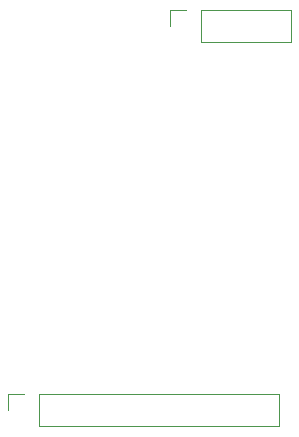
<source format=gbr>
%TF.GenerationSoftware,KiCad,Pcbnew,(5.1.10-1-10_14)*%
%TF.CreationDate,2021-11-14T12:00:46-05:00*%
%TF.ProjectId,clockv2,636c6f63-6b76-4322-9e6b-696361645f70,rev?*%
%TF.SameCoordinates,Original*%
%TF.FileFunction,Legend,Bot*%
%TF.FilePolarity,Positive*%
%FSLAX46Y46*%
G04 Gerber Fmt 4.6, Leading zero omitted, Abs format (unit mm)*
G04 Created by KiCad (PCBNEW (5.1.10-1-10_14)) date 2021-11-14 12:00:46*
%MOMM*%
%LPD*%
G01*
G04 APERTURE LIST*
%ADD10C,0.120000*%
G04 APERTURE END LIST*
D10*
%TO.C,J2*%
X235264000Y-67250000D02*
X235264000Y-69910000D01*
X214884000Y-67250000D02*
X235264000Y-67250000D01*
X214884000Y-69910000D02*
X235264000Y-69910000D01*
X214884000Y-67250000D02*
X214884000Y-69910000D01*
X213614000Y-67250000D02*
X212284000Y-67250000D01*
X212284000Y-67250000D02*
X212284000Y-68580000D01*
%TO.C,J1*%
X236280000Y-34738000D02*
X236280000Y-37398000D01*
X228600000Y-34738000D02*
X236280000Y-34738000D01*
X228600000Y-37398000D02*
X236280000Y-37398000D01*
X228600000Y-34738000D02*
X228600000Y-37398000D01*
X227330000Y-34738000D02*
X226000000Y-34738000D01*
X226000000Y-34738000D02*
X226000000Y-36068000D01*
%TD*%
M02*

</source>
